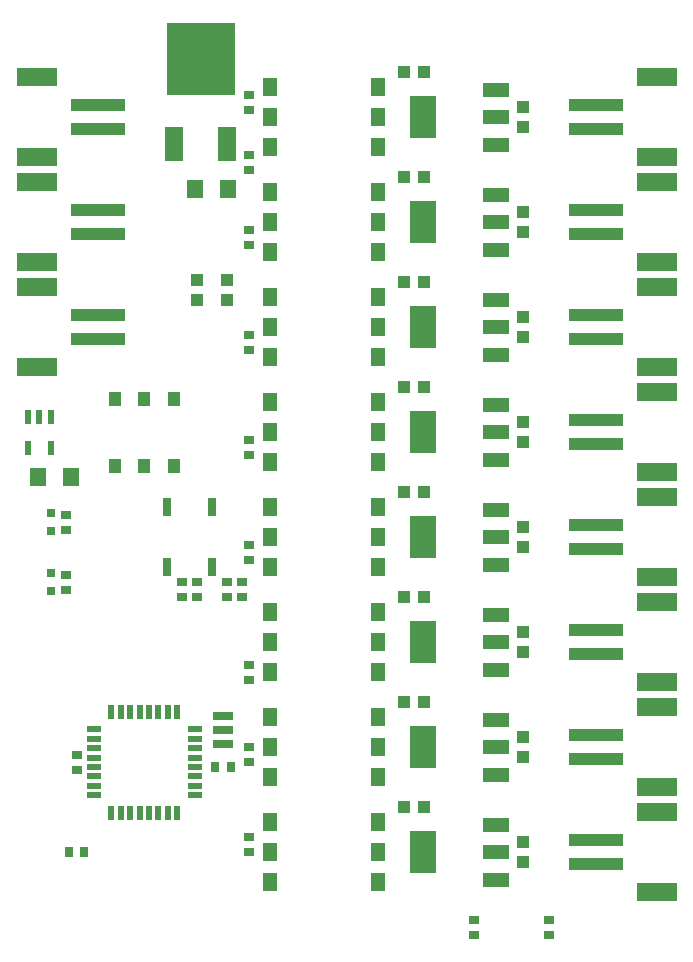
<source format=gbr>
G04 EAGLE Gerber RS-274X export*
G75*
%MOMM*%
%FSLAX34Y34*%
%LPD*%
%INSolderpaste Top*%
%IPPOS*%
%AMOC8*
5,1,8,0,0,1.08239X$1,22.5*%
G01*
%ADD10R,0.900000X0.700000*%
%ADD11R,0.800000X0.800000*%
%ADD12R,1.400000X1.600000*%
%ADD13R,0.700000X0.900000*%
%ADD14R,1.270000X0.558800*%
%ADD15R,0.558800X1.270000*%
%ADD16R,4.600000X1.000000*%
%ADD17R,3.400000X1.600000*%
%ADD18R,0.762000X1.524000*%
%ADD19R,0.550000X1.200000*%
%ADD20R,1.700000X0.700000*%
%ADD21R,1.100000X1.000000*%
%ADD22R,1.270000X1.524000*%
%ADD23R,1.000000X1.100000*%
%ADD24R,1.600000X3.000000*%
%ADD25R,5.800000X6.200000*%
%ADD26R,2.235200X1.219200*%
%ADD27R,2.200000X3.600000*%
%ADD28R,1.000000X1.150000*%


D10*
X57150Y184300D03*
X57150Y171300D03*
X47625Y374500D03*
X47625Y387500D03*
D11*
X34925Y388500D03*
X34925Y373500D03*
D12*
X24100Y419100D03*
X52100Y419100D03*
D10*
X158750Y330350D03*
X158750Y317350D03*
D13*
X174475Y173800D03*
X187475Y173800D03*
D14*
X157226Y149800D03*
X157226Y157800D03*
X157226Y165800D03*
X157226Y173800D03*
X157226Y181800D03*
X157226Y189800D03*
X157226Y197800D03*
X157226Y205800D03*
D15*
X142300Y220726D03*
X134300Y220726D03*
X126300Y220726D03*
X118300Y220726D03*
X110300Y220726D03*
X102300Y220726D03*
X94300Y220726D03*
X86300Y220726D03*
D14*
X71374Y205800D03*
X71374Y197800D03*
X71374Y189800D03*
X71374Y181800D03*
X71374Y173800D03*
X71374Y165800D03*
X71374Y157800D03*
X71374Y149800D03*
D15*
X86300Y134874D03*
X94300Y134874D03*
X102300Y134874D03*
X110300Y134874D03*
X118300Y134874D03*
X126300Y134874D03*
X134300Y134874D03*
X142300Y134874D03*
D11*
X34925Y337700D03*
X34925Y322700D03*
D10*
X47625Y323700D03*
X47625Y336700D03*
X146050Y317350D03*
X146050Y330350D03*
D16*
X75100Y625000D03*
X75100Y645000D03*
D17*
X23100Y601000D03*
X23100Y669000D03*
D16*
X75100Y713900D03*
X75100Y733900D03*
D17*
X23100Y689900D03*
X23100Y757900D03*
D18*
X133350Y342900D03*
X133350Y393700D03*
X171450Y342900D03*
X171450Y393700D03*
D16*
X75100Y536100D03*
X75100Y556100D03*
D17*
X23100Y512100D03*
X23100Y580100D03*
D19*
X34900Y470201D03*
X25400Y470201D03*
X15900Y470201D03*
X15900Y444199D03*
X34900Y444199D03*
D20*
X180975Y192975D03*
X180975Y204975D03*
X180975Y216975D03*
D21*
X334400Y139700D03*
X351400Y139700D03*
D16*
X496400Y111600D03*
X496400Y91600D03*
D17*
X548400Y135600D03*
X548400Y67600D03*
D22*
X220980Y127000D03*
X220980Y101600D03*
X220980Y76200D03*
X312420Y76200D03*
X312420Y101600D03*
X312420Y127000D03*
D10*
X203200Y114450D03*
X203200Y101450D03*
D23*
X434975Y110100D03*
X434975Y93100D03*
D10*
X203200Y692300D03*
X203200Y679300D03*
D12*
X157450Y663575D03*
X185450Y663575D03*
D24*
X139125Y701300D03*
X184725Y701300D03*
D25*
X161925Y773100D03*
D23*
X158750Y586350D03*
X158750Y569350D03*
X184150Y569350D03*
X184150Y586350D03*
D21*
X334400Y228600D03*
X351400Y228600D03*
D16*
X496400Y200500D03*
X496400Y180500D03*
D17*
X548400Y224500D03*
X548400Y156500D03*
D22*
X220980Y215900D03*
X220980Y190500D03*
X220980Y165100D03*
X312420Y165100D03*
X312420Y190500D03*
X312420Y215900D03*
D10*
X203200Y177650D03*
X203200Y190650D03*
D23*
X434975Y199000D03*
X434975Y182000D03*
D21*
X334400Y317500D03*
X351400Y317500D03*
D16*
X496400Y289400D03*
X496400Y269400D03*
D17*
X548400Y313400D03*
X548400Y245400D03*
D22*
X220980Y304800D03*
X220980Y279400D03*
X220980Y254000D03*
X312420Y254000D03*
X312420Y279400D03*
X312420Y304800D03*
D10*
X203200Y247500D03*
X203200Y260500D03*
D23*
X434975Y287900D03*
X434975Y270900D03*
D21*
X334400Y406400D03*
X351400Y406400D03*
D16*
X496400Y378300D03*
X496400Y358300D03*
D17*
X548400Y402300D03*
X548400Y334300D03*
D22*
X220980Y393700D03*
X220980Y368300D03*
X220980Y342900D03*
X312420Y342900D03*
X312420Y368300D03*
X312420Y393700D03*
D10*
X203200Y349100D03*
X203200Y362100D03*
D23*
X434975Y376800D03*
X434975Y359800D03*
D21*
X334400Y495300D03*
X351400Y495300D03*
D16*
X496400Y467200D03*
X496400Y447200D03*
D17*
X548400Y491200D03*
X548400Y423200D03*
D22*
X220980Y482600D03*
X220980Y457200D03*
X220980Y431800D03*
X312420Y431800D03*
X312420Y457200D03*
X312420Y482600D03*
D10*
X203200Y438000D03*
X203200Y451000D03*
D23*
X434975Y465700D03*
X434975Y448700D03*
D21*
X334400Y584200D03*
X351400Y584200D03*
D16*
X496400Y556100D03*
X496400Y536100D03*
D17*
X548400Y580100D03*
X548400Y512100D03*
D22*
X220980Y571500D03*
X220980Y546100D03*
X220980Y520700D03*
X312420Y520700D03*
X312420Y546100D03*
X312420Y571500D03*
D10*
X203200Y526900D03*
X203200Y539900D03*
D23*
X434975Y554600D03*
X434975Y537600D03*
D21*
X334400Y673100D03*
X351400Y673100D03*
D16*
X496400Y645000D03*
X496400Y625000D03*
D17*
X548400Y669000D03*
X548400Y601000D03*
D22*
X220980Y660400D03*
X220980Y635000D03*
X220980Y609600D03*
X312420Y609600D03*
X312420Y635000D03*
X312420Y660400D03*
D10*
X203200Y615800D03*
X203200Y628800D03*
D23*
X434975Y643500D03*
X434975Y626500D03*
D21*
X334400Y762000D03*
X351400Y762000D03*
D16*
X496400Y733900D03*
X496400Y713900D03*
D17*
X548400Y757900D03*
X548400Y689900D03*
D22*
X220980Y749300D03*
X220980Y723900D03*
X220980Y698500D03*
X312420Y698500D03*
X312420Y723900D03*
X312420Y749300D03*
D10*
X203200Y743100D03*
X203200Y730100D03*
D23*
X434975Y732400D03*
X434975Y715400D03*
D26*
X411988Y78486D03*
X411988Y101600D03*
X411988Y124714D03*
D27*
X350010Y101600D03*
D26*
X411988Y167386D03*
X411988Y190500D03*
X411988Y213614D03*
D27*
X350010Y190500D03*
D26*
X411988Y256286D03*
X411988Y279400D03*
X411988Y302514D03*
D27*
X350010Y279400D03*
D26*
X411988Y345186D03*
X411988Y368300D03*
X411988Y391414D03*
D27*
X350010Y368300D03*
D26*
X411988Y434086D03*
X411988Y457200D03*
X411988Y480314D03*
D27*
X350010Y457200D03*
D26*
X411988Y522986D03*
X411988Y546100D03*
X411988Y569214D03*
D27*
X350010Y546100D03*
D26*
X411988Y611886D03*
X411988Y635000D03*
X411988Y658114D03*
D27*
X350010Y635000D03*
D26*
X411988Y700786D03*
X411988Y723900D03*
X411988Y747014D03*
D27*
X350010Y723900D03*
D28*
X139300Y485450D03*
X114300Y485450D03*
X89300Y485450D03*
X139300Y428950D03*
X114300Y428950D03*
X89300Y428950D03*
D13*
X50650Y101600D03*
X63650Y101600D03*
D10*
X457200Y31600D03*
X457200Y44600D03*
X393700Y44600D03*
X393700Y31600D03*
X196850Y330350D03*
X196850Y317350D03*
X184150Y317350D03*
X184150Y330350D03*
M02*

</source>
